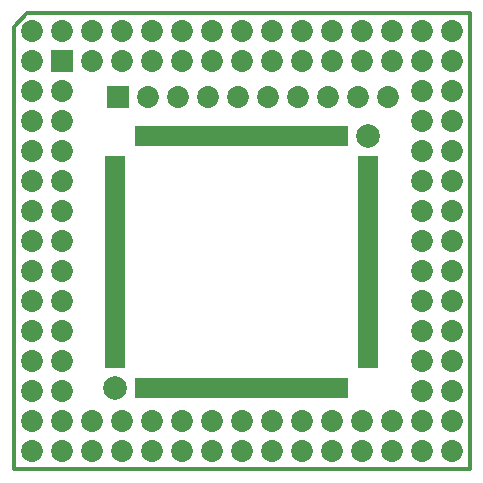
<source format=gts>
G04 Layer_Color=8388736*
%FSLAX44Y44*%
%MOMM*%
G71*
G01*
G75*
%ADD14C,0.3500*%
%ADD25C,2.0000*%
%ADD26R,0.5032X1.7032*%
%ADD27R,1.7032X0.5032*%
%ADD28C,1.8542*%
%ADD29R,1.8542X1.8542*%
D14*
X-193040Y181610D02*
X-181610Y193040D01*
X193040D01*
Y-193040D02*
Y193040D01*
X-193040Y-193040D02*
X193040D01*
X-193040D02*
Y181610D01*
D25*
X-107000Y-124500D02*
D03*
X107000Y89500D02*
D03*
D26*
X-87500D02*
D03*
X-82500D02*
D03*
X-77500Y89500D02*
D03*
X-72500D02*
D03*
X-67500Y89500D02*
D03*
X-62500D02*
D03*
X-57500D02*
D03*
X-52500D02*
D03*
X-47500D02*
D03*
X-42500D02*
D03*
X-37500D02*
D03*
X-32500D02*
D03*
X-27500D02*
D03*
X-22500D02*
D03*
X-17500D02*
D03*
X-12500Y89500D02*
D03*
X-7500D02*
D03*
X-2500Y89500D02*
D03*
X2500D02*
D03*
X7500D02*
D03*
X12500D02*
D03*
X17500D02*
D03*
X22500D02*
D03*
X27500Y89500D02*
D03*
X32500D02*
D03*
X37500Y89500D02*
D03*
X42500D02*
D03*
X47500D02*
D03*
X52500D02*
D03*
X57500D02*
D03*
X62500D02*
D03*
X67500D02*
D03*
X72500D02*
D03*
X77500D02*
D03*
X82500D02*
D03*
X87500D02*
D03*
Y-124500D02*
D03*
X82500D02*
D03*
X77500D02*
D03*
X72500D02*
D03*
X67500D02*
D03*
X62500D02*
D03*
X57500D02*
D03*
X52500D02*
D03*
X47500D02*
D03*
X42500D02*
D03*
X37500D02*
D03*
X32500D02*
D03*
X27500D02*
D03*
X22500D02*
D03*
X17500D02*
D03*
X12500D02*
D03*
X7500D02*
D03*
X2500D02*
D03*
X-2500D02*
D03*
X-7500D02*
D03*
X-12500D02*
D03*
X-17500D02*
D03*
X-22500D02*
D03*
X-27500D02*
D03*
X-32500D02*
D03*
X-37500D02*
D03*
X-42500D02*
D03*
X-47500D02*
D03*
X-52500D02*
D03*
X-57500D02*
D03*
X-62500D02*
D03*
X-67500D02*
D03*
X-72500D02*
D03*
X-77500D02*
D03*
X-82500D02*
D03*
X-87500D02*
D03*
D27*
X107000Y70000D02*
D03*
Y65000D02*
D03*
Y60000D02*
D03*
Y55000D02*
D03*
Y50000D02*
D03*
Y45000D02*
D03*
Y40000D02*
D03*
Y35000D02*
D03*
Y30000D02*
D03*
Y25000D02*
D03*
Y20000D02*
D03*
Y15000D02*
D03*
Y10000D02*
D03*
Y5000D02*
D03*
Y-0D02*
D03*
Y-5000D02*
D03*
Y-10000D02*
D03*
Y-15000D02*
D03*
Y-20000D02*
D03*
Y-25000D02*
D03*
Y-30000D02*
D03*
Y-35000D02*
D03*
Y-40000D02*
D03*
Y-45000D02*
D03*
Y-50000D02*
D03*
Y-55000D02*
D03*
Y-60000D02*
D03*
Y-65000D02*
D03*
Y-70000D02*
D03*
Y-75000D02*
D03*
Y-80000D02*
D03*
Y-85000D02*
D03*
Y-90000D02*
D03*
Y-95000D02*
D03*
Y-100000D02*
D03*
Y-105000D02*
D03*
X-107000D02*
D03*
Y-100000D02*
D03*
Y-95000D02*
D03*
Y-90000D02*
D03*
Y-85000D02*
D03*
Y-80000D02*
D03*
Y-75000D02*
D03*
Y-70000D02*
D03*
Y-65000D02*
D03*
Y-60000D02*
D03*
Y-55000D02*
D03*
Y-50000D02*
D03*
Y-45000D02*
D03*
Y-40000D02*
D03*
Y-35000D02*
D03*
Y-30000D02*
D03*
Y-25000D02*
D03*
Y-20000D02*
D03*
Y-15000D02*
D03*
Y-10000D02*
D03*
Y-5000D02*
D03*
Y-0D02*
D03*
Y5000D02*
D03*
Y10000D02*
D03*
Y15000D02*
D03*
Y20000D02*
D03*
Y25000D02*
D03*
Y30000D02*
D03*
Y35000D02*
D03*
Y40000D02*
D03*
Y45000D02*
D03*
Y50000D02*
D03*
Y55000D02*
D03*
Y60000D02*
D03*
Y65000D02*
D03*
Y70000D02*
D03*
D28*
X177800Y-177800D02*
D03*
Y-152400D02*
D03*
Y-127000D02*
D03*
Y-101600D02*
D03*
Y-76200D02*
D03*
Y-50800D02*
D03*
Y-25400D02*
D03*
Y-0D02*
D03*
Y25400D02*
D03*
Y50800D02*
D03*
Y76200D02*
D03*
Y101600D02*
D03*
Y127000D02*
D03*
Y152400D02*
D03*
Y177800D02*
D03*
X152400Y-177800D02*
D03*
Y-127000D02*
D03*
Y-101600D02*
D03*
Y-76200D02*
D03*
Y-50800D02*
D03*
Y-25400D02*
D03*
Y-0D02*
D03*
Y25400D02*
D03*
Y50800D02*
D03*
Y76200D02*
D03*
Y101600D02*
D03*
Y127000D02*
D03*
Y177800D02*
D03*
X127000Y-177800D02*
D03*
Y-152400D02*
D03*
Y152400D02*
D03*
Y177800D02*
D03*
X101600Y-177800D02*
D03*
Y-152400D02*
D03*
Y152400D02*
D03*
Y177800D02*
D03*
X76200Y-177800D02*
D03*
Y-152400D02*
D03*
Y152400D02*
D03*
Y177800D02*
D03*
X50800Y-177800D02*
D03*
Y-152400D02*
D03*
Y152400D02*
D03*
Y177800D02*
D03*
X25400Y-177800D02*
D03*
Y-152400D02*
D03*
Y152400D02*
D03*
Y177800D02*
D03*
X-0Y-177800D02*
D03*
Y-152400D02*
D03*
Y152400D02*
D03*
Y177800D02*
D03*
X-25400Y-177800D02*
D03*
Y-152400D02*
D03*
Y152400D02*
D03*
Y177800D02*
D03*
X-50800Y-177800D02*
D03*
Y-152400D02*
D03*
Y152400D02*
D03*
Y177800D02*
D03*
X-76200Y-177800D02*
D03*
Y-152400D02*
D03*
Y152400D02*
D03*
Y177800D02*
D03*
X-101600Y-177800D02*
D03*
Y-152400D02*
D03*
Y152400D02*
D03*
Y177800D02*
D03*
X-127000Y-177800D02*
D03*
Y-152400D02*
D03*
Y152400D02*
D03*
Y177800D02*
D03*
X-152400Y-177800D02*
D03*
Y-127000D02*
D03*
Y-101600D02*
D03*
Y-76200D02*
D03*
Y-50800D02*
D03*
Y-25400D02*
D03*
Y-0D02*
D03*
Y25400D02*
D03*
Y50800D02*
D03*
Y76200D02*
D03*
Y101600D02*
D03*
Y127000D02*
D03*
Y177800D02*
D03*
X-177800Y-177800D02*
D03*
Y-152400D02*
D03*
Y-127000D02*
D03*
Y-101600D02*
D03*
Y-76200D02*
D03*
Y-50800D02*
D03*
Y-25400D02*
D03*
Y-0D02*
D03*
Y25400D02*
D03*
Y50800D02*
D03*
Y76200D02*
D03*
Y101600D02*
D03*
Y127000D02*
D03*
Y152400D02*
D03*
Y177800D02*
D03*
X-152400Y-152400D02*
D03*
X152400D02*
D03*
Y152400D02*
D03*
X-53500Y122500D02*
D03*
X124300D02*
D03*
X98900D02*
D03*
X73500D02*
D03*
X48100D02*
D03*
X22700D02*
D03*
X-2700D02*
D03*
X-28100D02*
D03*
X-78900D02*
D03*
D29*
X-152400Y152400D02*
D03*
X-104300Y122500D02*
D03*
M02*

</source>
